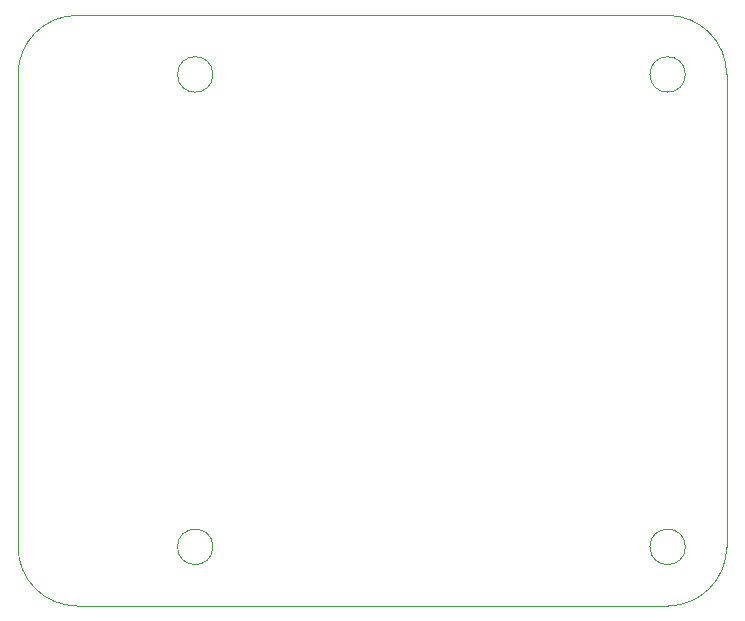
<source format=gbr>
%TF.GenerationSoftware,KiCad,Pcbnew,8.0.0-8.0.0-1~ubuntu20.04.1*%
%TF.CreationDate,2024-06-18T17:56:47-06:00*%
%TF.ProjectId,smart_sleeve,736d6172-745f-4736-9c65-6576652e6b69,rev?*%
%TF.SameCoordinates,Original*%
%TF.FileFunction,Profile,NP*%
%FSLAX46Y46*%
G04 Gerber Fmt 4.6, Leading zero omitted, Abs format (unit mm)*
G04 Created by KiCad (PCBNEW 8.0.0-8.0.0-1~ubuntu20.04.1) date 2024-06-18 17:56:47*
%MOMM*%
%LPD*%
G01*
G04 APERTURE LIST*
%TA.AperFunction,Profile*%
%ADD10C,0.050000*%
%TD*%
G04 APERTURE END LIST*
D10*
X150500000Y-81500000D02*
X150500000Y-121500000D01*
X210500000Y-121500000D02*
G75*
G02*
X205500000Y-126500000I-5000000J0D01*
G01*
X207000000Y-81500000D02*
G75*
G02*
X204000000Y-81500000I-1500000J0D01*
G01*
X204000000Y-81500000D02*
G75*
G02*
X207000000Y-81500000I1500000J0D01*
G01*
X207000000Y-121500000D02*
G75*
G02*
X204000000Y-121500000I-1500000J0D01*
G01*
X204000000Y-121500000D02*
G75*
G02*
X207000000Y-121500000I1500000J0D01*
G01*
X167000000Y-121500000D02*
G75*
G02*
X164000000Y-121500000I-1500000J0D01*
G01*
X164000000Y-121500000D02*
G75*
G02*
X167000000Y-121500000I1500000J0D01*
G01*
X155500000Y-126500000D02*
X160500000Y-126500000D01*
X155500000Y-126500000D02*
G75*
G02*
X150500000Y-121500000I0J5000000D01*
G01*
X205500000Y-76500000D02*
G75*
G02*
X210500000Y-81500000I0J-5000000D01*
G01*
X160500000Y-76500000D02*
X155500000Y-76500000D01*
X205500000Y-126500000D02*
X160500000Y-126500000D01*
X205500000Y-76500000D02*
X160500000Y-76500000D01*
X150500000Y-81500000D02*
G75*
G02*
X155500000Y-76500000I5000000J0D01*
G01*
X167000000Y-81500000D02*
G75*
G02*
X164000000Y-81500000I-1500000J0D01*
G01*
X164000000Y-81500000D02*
G75*
G02*
X167000000Y-81500000I1500000J0D01*
G01*
X210500000Y-121500000D02*
X210500000Y-81500000D01*
M02*

</source>
